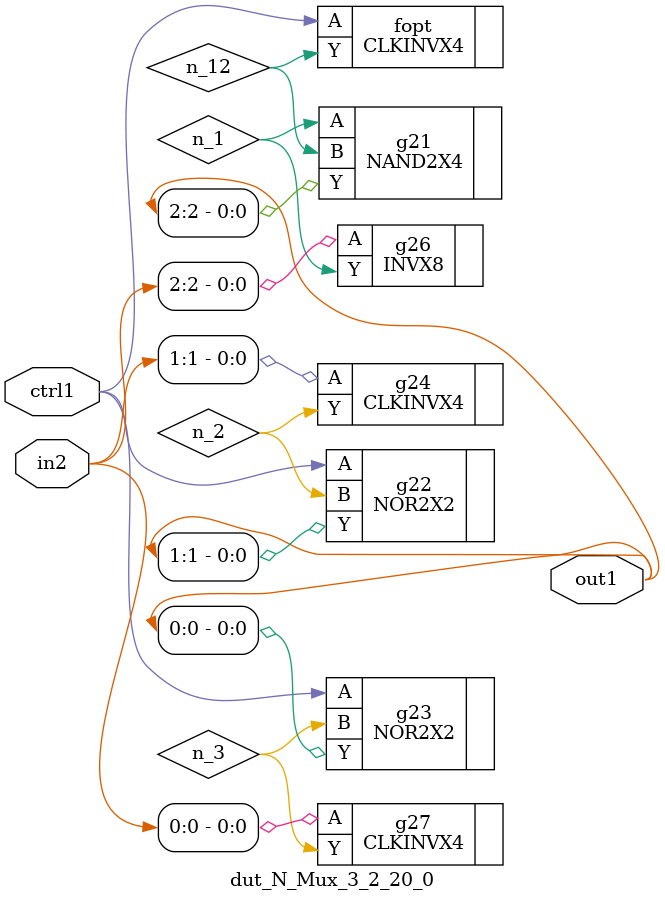
<source format=v>
`timescale 1ps / 1ps


module dut_N_Mux_3_2_20_0(in2, ctrl1, out1);
  input [2:0] in2;
  input ctrl1;
  output [2:0] out1;
  wire [2:0] in2;
  wire ctrl1;
  wire [2:0] out1;
  wire n_1, n_2, n_3, n_12;
  NAND2X4 g21(.A (n_1), .B (n_12), .Y (out1[2]));
  NOR2X2 g22(.A (ctrl1), .B (n_2), .Y (out1[1]));
  NOR2X2 g23(.A (ctrl1), .B (n_3), .Y (out1[0]));
  CLKINVX4 g27(.A (in2[0]), .Y (n_3));
  CLKINVX4 g24(.A (in2[1]), .Y (n_2));
  INVX8 g26(.A (in2[2]), .Y (n_1));
  CLKINVX4 fopt(.A (ctrl1), .Y (n_12));
endmodule



</source>
